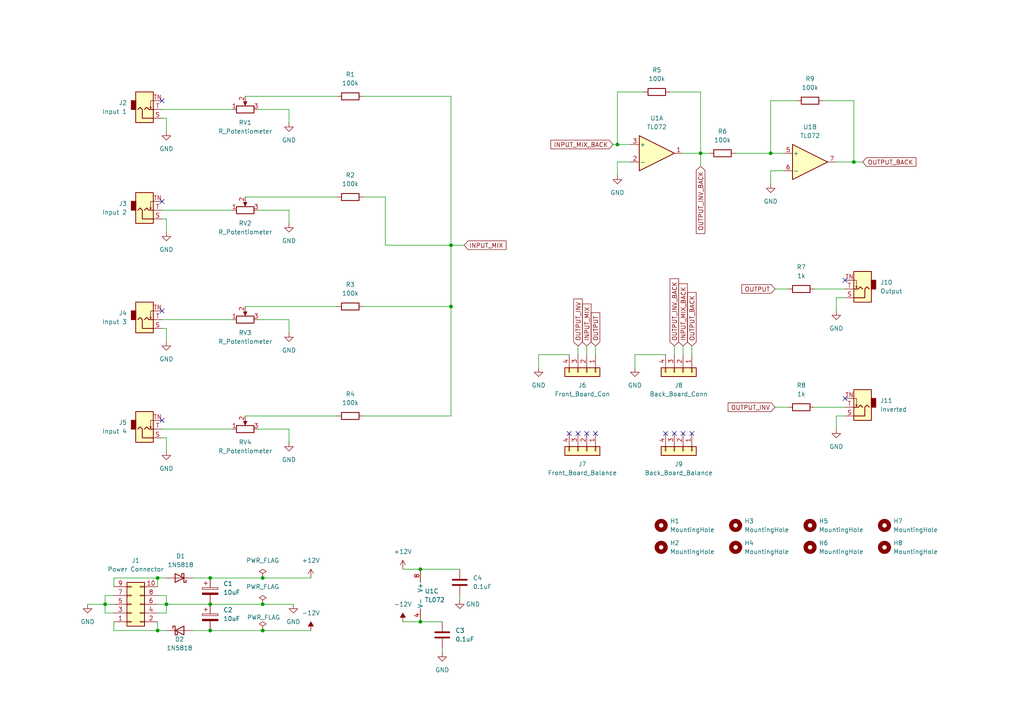
<source format=kicad_sch>
(kicad_sch (version 20211123) (generator eeschema)
  (paper "A4")
  (title_block (title "Simple Mixer") (rev "1") (company "Northridge Devices"))
  (lib_symbols
    (symbol "Amplifier_Operational:TL072" (pin_names (offset 0.127))
      (property "Reference" "U" (at 0 5.08 0))
      (property "Value" "TL072" (at 0 -5.08 0))
      (symbol "TL072_1_1"
        (polyline (pts (xy -5.08 5.08) (xy 5.08 0) (xy -5.08 -5.08) (xy -5.08 5.08)) (stroke (width 0.254)) (fill (type background)))
        (pin output line (at 7.62 0 180) (length 2.54) (name "~") (number "1"))
        (pin input line (at -7.62 -2.54 0) (length 2.54) (name "-") (number "2"))
        (pin input line (at -7.62 2.54 0) (length 2.54) (name "+") (number "3"))
      )
      (symbol "TL072_2_1"
        (polyline (pts (xy -5.08 5.08) (xy 5.08 0) (xy -5.08 -5.08) (xy -5.08 5.08)) (stroke (width 0.254)) (fill (type background)))
        (pin input line (at -7.62 2.54 0) (length 2.54) (name "+") (number "5"))
        (pin input line (at -7.62 -2.54 0) (length 2.54) (name "-") (number "6"))
        (pin output line (at 7.62 0 180) (length 2.54) (name "~") (number "7"))
      )
      (symbol "TL072_3_1"
        (pin power_in line (at -2.54 -7.62 90) (length 3.81) (name "V-") (number "4"))
        (pin power_in line (at -2.54 7.62 270) (length 3.81) (name "V+") (number "8"))
      )
    )
    (symbol "Connector:AudioJack2_SwitchT"
      (property "Reference" "J" (at 0 8.89 0))
      (property "Value" "AudioJack2_SwitchT" (at 0 6.35 0))
      (symbol "AudioJack2_SwitchT_0_1"
        (rectangle (start -2.54 0) (end -3.81 -2.54) (stroke (width 0.254)) (fill (type outline)))
        (polyline (pts (xy 1.778 -0.254) (xy 2.032 -0.762)))
        (polyline (pts (xy 0 0) (xy 0.635 -0.635) (xy 1.27 0) (xy 2.54 0)) (stroke (width 0.254)))
        (polyline (pts (xy 2.54 -2.54) (xy 1.778 -2.54) (xy 1.778 -0.254) (xy 1.524 -0.762)))
        (polyline (pts (xy 2.54 2.54) (xy -0.635 2.54) (xy -0.635 0) (xy -1.27 -0.635) (xy -1.905 0)) (stroke (width 0.254)))
        (rectangle (start 2.54 3.81) (end -2.54 -5.08) (stroke (width 0.254)) (fill (type background)))
      )
      (symbol "AudioJack2_SwitchT_1_1"
        (pin passive line (at 5.08 2.54 180) (length 2.54) (name "~") (number "S"))
        (pin passive line (at 5.08 0 180) (length 2.54) (name "~") (number "T"))
        (pin passive line (at 5.08 -2.54 180) (length 2.54) (name "~") (number "TN"))
      )
    )
    (symbol "Connector_Generic:Conn_01x04" (pin_names (offset 1.016) hide)
      (property "Reference" "J" (at 0 5.08 0))
      (property "Value" "Conn_01x04" (at 0 -7.62 0))
      (symbol "Conn_01x04_1_1"
        (rectangle (start -1.27 -4.953) (end 0 -5.207) (stroke (width 0.1524)))
        (rectangle (start -1.27 -2.413) (end 0 -2.667) (stroke (width 0.1524)))
        (rectangle (start -1.27 0.127) (end 0 -0.127) (stroke (width 0.1524)))
        (rectangle (start -1.27 2.667) (end 0 2.413) (stroke (width 0.1524)))
        (rectangle (start -1.27 3.81) (end 1.27 -6.35) (stroke (width 0.254)) (fill (type background)))
        (pin passive line (at -5.08 2.54 0) (length 3.81) (name "Pin_1") (number "1"))
        (pin passive line (at -5.08 0 0) (length 3.81) (name "Pin_2") (number "2"))
        (pin passive line (at -5.08 -2.54 0) (length 3.81) (name "Pin_3") (number "3"))
        (pin passive line (at -5.08 -5.08 0) (length 3.81) (name "Pin_4") (number "4"))
      )
    )
    (symbol "Connector_Generic:Conn_02x05_Odd_Even" (pin_names (offset 1.016) hide)
      (property "Reference" "J" (at 1.27 7.62 0))
      (property "Value" "Conn_02x05_Odd_Even" (at 1.27 -7.62 0))
      (symbol "Conn_02x05_Odd_Even_1_1"
        (rectangle (start -1.27 -4.953) (end 0 -5.207) (stroke (width 0.1524)))
        (rectangle (start -1.27 -2.413) (end 0 -2.667) (stroke (width 0.1524)))
        (rectangle (start -1.27 0.127) (end 0 -0.127) (stroke (width 0.1524)))
        (rectangle (start -1.27 2.667) (end 0 2.413) (stroke (width 0.1524)))
        (rectangle (start -1.27 5.207) (end 0 4.953) (stroke (width 0.1524)))
        (rectangle (start -1.27 6.35) (end 3.81 -6.35) (stroke (width 0.254)) (fill (type background)))
        (rectangle (start 3.81 -4.953) (end 2.54 -5.207) (stroke (width 0.1524)))
        (rectangle (start 3.81 -2.413) (end 2.54 -2.667) (stroke (width 0.1524)))
        (rectangle (start 3.81 0.127) (end 2.54 -0.127) (stroke (width 0.1524)))
        (rectangle (start 3.81 2.667) (end 2.54 2.413) (stroke (width 0.1524)))
        (rectangle (start 3.81 5.207) (end 2.54 4.953) (stroke (width 0.1524)))
        (pin passive line (at -5.08 5.08 0) (length 3.81) (name "Pin_1") (number "1"))
        (pin passive line (at 7.62 -5.08 180) (length 3.81) (name "Pin_10") (number "10"))
        (pin passive line (at 7.62 5.08 180) (length 3.81) (name "Pin_2") (number "2"))
        (pin passive line (at -5.08 2.54 0) (length 3.81) (name "Pin_3") (number "3"))
        (pin passive line (at 7.62 2.54 180) (length 3.81) (name "Pin_4") (number "4"))
        (pin passive line (at -5.08 0 0) (length 3.81) (name "Pin_5") (number "5"))
        (pin passive line (at 7.62 0 180) (length 3.81) (name "Pin_6") (number "6"))
        (pin passive line (at -5.08 -2.54 0) (length 3.81) (name "Pin_7") (number "7"))
        (pin passive line (at 7.62 -2.54 180) (length 3.81) (name "Pin_8") (number "8"))
        (pin passive line (at -5.08 -5.08 0) (length 3.81) (name "Pin_9") (number "9"))
      )
    )
    (symbol "Device:C" (pin_numbers hide) (pin_names (offset 0.254))
      (property "Reference" "C" (at 0.635 2.54 0))
      (property "Value" "C" (at 0.635 -2.54 0))
      (symbol "C_0_1"
        (polyline (pts (xy -2.032 -0.762) (xy 2.032 -0.762)) (stroke (width 0.508)))
        (polyline (pts (xy -2.032 0.762) (xy 2.032 0.762)) (stroke (width 0.508)))
      )
      (symbol "C_1_1"
        (pin passive line (at 0 3.81 270) (length 2.794) (name "~") (number "1"))
        (pin passive line (at 0 -3.81 90) (length 2.794) (name "~") (number "2"))
      )
    )
    (symbol "Device:C_Polarized" (pin_numbers hide) (pin_names (offset 0.254))
      (property "Reference" "C" (at 0.635 2.54 0))
      (property "Value" "C_Polarized" (at 0.635 -2.54 0))
      (symbol "C_Polarized_0_1"
        (rectangle (start -2.286 0.508) (end 2.286 1.016))
        (polyline (pts (xy -1.778 2.286) (xy -0.762 2.286)))
        (polyline (pts (xy -1.27 2.794) (xy -1.27 1.778)))
        (rectangle (start 2.286 -0.508) (end -2.286 -1.016) (fill (type outline)))
      )
      (symbol "C_Polarized_1_1"
        (pin passive line (at 0 3.81 270) (length 2.794) (name "~") (number "1"))
        (pin passive line (at 0 -3.81 90) (length 2.794) (name "~") (number "2"))
      )
    )
    (symbol "Device:R" (pin_numbers hide) (pin_names (offset 0))
      (property "Reference" "R" (at 2.032 0 90))
      (property "Value" "R" (at 0 0 90))
      (symbol "R_0_1"
        (rectangle (start -1.016 -2.54) (end 1.016 2.54) (stroke (width 0.254)))
      )
      (symbol "R_1_1"
        (pin passive line (at 0 3.81 270) (length 1.27) (name "~") (number "1"))
        (pin passive line (at 0 -3.81 90) (length 1.27) (name "~") (number "2"))
      )
    )
    (symbol "Device:R_Potentiometer" (pin_names (offset 1.016) hide)
      (property "Reference" "RV" (at -4.445 0 90))
      (property "Value" "R_Potentiometer" (at -2.54 0 90))
      (symbol "R_Potentiometer_0_1"
        (polyline (pts (xy 2.54 0) (xy 1.524 0)))
        (polyline (pts (xy 1.143 0) (xy 2.286 0.508) (xy 2.286 -0.508) (xy 1.143 0)) (fill (type outline)))
        (rectangle (start 1.016 2.54) (end -1.016 -2.54) (stroke (width 0.254)))
      )
      (symbol "R_Potentiometer_1_1"
        (pin passive line (at 0 3.81 270) (length 1.27) (name "1") (number "1"))
        (pin passive line (at 3.81 0 180) (length 1.27) (name "2") (number "2"))
        (pin passive line (at 0 -3.81 90) (length 1.27) (name "3") (number "3"))
      )
    )
    (symbol "Diode:1N5818" (pin_numbers hide) (pin_names (offset 1.016) hide)
      (property "Reference" "D" (at 0 2.54 0))
      (property "Value" "1N5818" (at 0 -2.54 0))
      (symbol "1N5818_0_1"
        (polyline (pts (xy 1.27 0) (xy -1.27 0)))
        (polyline (pts (xy 1.27 1.27) (xy 1.27 -1.27) (xy -1.27 0) (xy 1.27 1.27)) (stroke (width 0.254)))
        (polyline (pts (xy -1.905 0.635) (xy -1.905 1.27) (xy -1.27 1.27) (xy -1.27 -1.27) (xy -0.635 -1.27) (xy -0.635 -0.635)) (stroke (width 0.254)))
      )
      (symbol "1N5818_1_1"
        (pin passive line (at -3.81 0 0) (length 2.54) (name "K") (number "1"))
        (pin passive line (at 3.81 0 180) (length 2.54) (name "A") (number "2"))
      )
    )
    (symbol "Mechanical:MountingHole" (pin_names (offset 1.016))
      (property "Reference" "H" (at 0 5.08 0))
      (property "Value" "MountingHole" (at 0 3.175 0))
      (symbol "MountingHole_0_1"
        (circle (center 0 0) (radius 1.27) (stroke (width 1.27)))
      )
    )
    (symbol "power:+12V" (power) (pin_names (offset 0))
      (property "Value" "+12V" (at 0 3.556 0))
      (symbol "+12V_0_1"
        (polyline (pts (xy -0.762 1.27) (xy 0 2.54)))
        (polyline (pts (xy 0 0) (xy 0 2.54)))
        (polyline (pts (xy 0 2.54) (xy 0.762 1.27)))
      )
      (symbol "+12V_1_1"
        (pin power_in line (at 0 0 90) (length 0) hide (name "+12V") (number "1"))
      )
    )
    (symbol "power:-12V" (power) (pin_names (offset 0))
      (property "Value" "-12V" (at 0 3.81 0))
      (symbol "-12V_0_0"
        (pin power_in line (at 0 0 90) (length 0) hide (name "-12V") (number "1"))
      )
      (symbol "-12V_0_1"
        (polyline (pts (xy 0 0) (xy 0 1.27) (xy 0.762 1.27) (xy 0 2.54) (xy -0.762 1.27) (xy 0 1.27)) (fill (type outline)))
      )
    )
    (symbol "power:GND" (power) (pin_names (offset 0))
      (property "Value" "GND" (at 0 -3.81 0))
      (symbol "GND_0_1"
        (polyline (pts (xy 0 0) (xy 0 -1.27) (xy 1.27 -1.27) (xy 0 -2.54) (xy -1.27 -1.27) (xy 0 -1.27)))
      )
      (symbol "GND_1_1"
        (pin power_in line (at 0 0 270) (length 0) hide (name "GND") (number "1"))
      )
    )
    (symbol "power:PWR_FLAG" (power) (pin_numbers hide) (pin_names (offset 0) hide)
      (property "Value" "PWR_FLAG" (at 0 3.81 0))
      (symbol "PWR_FLAG_0_0"
        (pin power_out line (at 0 0 90) (length 0) (name "pwr") (number "1"))
      )
      (symbol "PWR_FLAG_0_1"
        (polyline (pts (xy 0 0) (xy 0 1.27) (xy -1.016 1.905) (xy 0 2.54) (xy 1.016 1.905) (xy 0 1.27)))
      )
    )
  )
  (junction (at 223.52 44.45))
  (junction (at 76.2 175.26))
  (junction (at 60.96 175.26))
  (junction (at 179.07 41.91))
  (junction (at 76.2 182.88))
  (junction (at 121.92 180.34))
  (junction (at 130.81 88.9))
  (junction (at 121.92 165.1))
  (junction (at 30.48 175.26))
  (junction (at 130.81 71.12))
  (junction (at 76.2 167.64))
  (junction (at 60.96 182.88))
  (junction (at 60.96 167.64))
  (junction (at 247.65 46.99))
  (junction (at 45.72 167.64))
  (junction (at 48.26 175.26))
  (junction (at 45.72 182.88))
  (junction (at 203.2 44.45))
  (no_connect (at 245.11 81.28))
  (no_connect (at 245.11 115.57))
  (no_connect (at 165.1 125.73))
  (no_connect (at 170.18 125.73))
  (no_connect (at 172.72 125.73))
  (no_connect (at 193.04 125.73))
  (no_connect (at 195.58 125.73))
  (no_connect (at 167.64 125.73))
  (no_connect (at 198.12 125.73))
  (no_connect (at 200.66 125.73))
  (no_connect (at 46.99 90.17))
  (no_connect (at 46.99 58.42))
  (no_connect (at 46.99 29.21))
  (no_connect (at 46.99 121.92))
  (wire (pts (xy 45.72 182.88) (xy 45.72 180.34)))
  (wire (pts (xy 130.81 120.65) (xy 130.81 88.9)))
  (wire (pts (xy 247.65 46.99) (xy 250.19 46.99)))
  (wire (pts (xy 186.69 26.67) (xy 179.07 26.67)))
  (wire (pts (xy 111.76 57.15) (xy 105.41 57.15)))
  (wire (pts (xy 83.82 92.71) (xy 83.82 96.52)))
  (wire (pts (xy 172.72 100.33) (xy 172.72 102.87)))
  (wire (pts (xy 177.8 41.91) (xy 179.07 41.91)))
  (wire (pts (xy 179.07 41.91) (xy 182.88 41.91)))
  (wire (pts (xy 71.12 88.9) (xy 97.79 88.9)))
  (wire (pts (xy 48.26 177.8) (xy 48.26 175.26)))
  (wire (pts (xy 48.26 63.5) (xy 48.26 67.31)))
  (wire (pts (xy 242.57 120.65) (xy 242.57 124.46)))
  (wire (pts (xy 224.79 118.11) (xy 228.6 118.11)))
  (wire (pts (xy 242.57 86.36) (xy 242.57 90.17)))
  (wire (pts (xy 48.26 175.26) (xy 60.96 175.26)))
  (wire (pts (xy 45.72 167.64) (xy 45.72 170.18)))
  (wire (pts (xy 156.21 102.87) (xy 156.21 106.68)))
  (wire (pts (xy 203.2 26.67) (xy 203.2 44.45)))
  (wire (pts (xy 195.58 100.33) (xy 195.58 102.87)))
  (wire (pts (xy 130.81 88.9) (xy 130.81 71.12)))
  (wire (pts (xy 46.99 124.46) (xy 67.31 124.46)))
  (wire (pts (xy 48.26 34.29) (xy 48.26 38.1)))
  (wire (pts (xy 60.96 182.88) (xy 76.2 182.88)))
  (wire (pts (xy 128.27 189.23) (xy 128.27 187.96)))
  (wire (pts (xy 46.99 92.71) (xy 67.31 92.71)))
  (wire (pts (xy 60.96 175.26) (xy 76.2 175.26)))
  (wire (pts (xy 130.81 71.12) (xy 134.62 71.12)))
  (wire (pts (xy 30.48 175.26) (xy 33.02 175.26)))
  (wire (pts (xy 46.99 127) (xy 48.26 127)))
  (wire (pts (xy 48.26 175.26) (xy 45.72 175.26)))
  (wire (pts (xy 227.33 49.53) (xy 223.52 49.53)))
  (wire (pts (xy 184.15 102.87) (xy 184.15 106.68)))
  (wire (pts (xy 71.12 27.94) (xy 97.79 27.94)))
  (wire (pts (xy 224.79 83.82) (xy 228.6 83.82)))
  (wire (pts (xy 74.93 124.46) (xy 83.82 124.46)))
  (wire (pts (xy 203.2 44.45) (xy 198.12 44.45)))
  (wire (pts (xy 25.4 175.26) (xy 30.48 175.26)))
  (wire (pts (xy 242.57 120.65) (xy 245.11 120.65)))
  (wire (pts (xy 76.2 167.64) (xy 90.17 167.64)))
  (wire (pts (xy 130.81 27.94) (xy 130.81 71.12)))
  (wire (pts (xy 213.36 44.45) (xy 223.52 44.45)))
  (wire (pts (xy 46.99 34.29) (xy 48.26 34.29)))
  (wire (pts (xy 55.88 182.88) (xy 60.96 182.88)))
  (wire (pts (xy 55.88 167.64) (xy 60.96 167.64)))
  (wire (pts (xy 76.2 182.88) (xy 90.17 182.88)))
  (wire (pts (xy 182.88 46.99) (xy 179.07 46.99)))
  (wire (pts (xy 184.15 102.87) (xy 193.04 102.87)))
  (wire (pts (xy 48.26 175.26) (xy 48.26 172.72)))
  (wire (pts (xy 71.12 120.65) (xy 97.79 120.65)))
  (wire (pts (xy 116.84 180.34) (xy 121.92 180.34)))
  (wire (pts (xy 48.26 172.72) (xy 45.72 172.72)))
  (wire (pts (xy 242.57 46.99) (xy 247.65 46.99)))
  (wire (pts (xy 83.82 124.46) (xy 83.82 128.27)))
  (wire (pts (xy 83.82 60.96) (xy 83.82 64.77)))
  (wire (pts (xy 121.92 180.34) (xy 128.27 180.34)))
  (wire (pts (xy 33.02 170.18) (xy 33.02 167.64)))
  (wire (pts (xy 194.31 26.67) (xy 203.2 26.67)))
  (wire (pts (xy 46.99 63.5) (xy 48.26 63.5)))
  (wire (pts (xy 74.93 60.96) (xy 83.82 60.96)))
  (wire (pts (xy 71.12 57.15) (xy 97.79 57.15)))
  (wire (pts (xy 83.82 31.75) (xy 83.82 35.56)))
  (wire (pts (xy 45.72 182.88) (xy 48.26 182.88)))
  (wire (pts (xy 170.18 100.33) (xy 170.18 102.87)))
  (wire (pts (xy 60.96 167.64) (xy 76.2 167.64)))
  (wire (pts (xy 179.07 46.99) (xy 179.07 50.8)))
  (wire (pts (xy 74.93 92.71) (xy 83.82 92.71)))
  (wire (pts (xy 116.84 165.1) (xy 121.92 165.1)))
  (wire (pts (xy 33.02 182.88) (xy 45.72 182.88)))
  (wire (pts (xy 46.99 60.96) (xy 67.31 60.96)))
  (wire (pts (xy 33.02 172.72) (xy 30.48 172.72)))
  (wire (pts (xy 105.41 120.65) (xy 130.81 120.65)))
  (wire (pts (xy 167.64 100.33) (xy 167.64 102.87)))
  (wire (pts (xy 236.22 118.11) (xy 245.11 118.11)))
  (wire (pts (xy 105.41 27.94) (xy 130.81 27.94)))
  (wire (pts (xy 121.92 165.1) (xy 133.35 165.1)))
  (wire (pts (xy 203.2 44.45) (xy 203.2 48.26)))
  (wire (pts (xy 200.66 100.33) (xy 200.66 102.87)))
  (wire (pts (xy 179.07 26.67) (xy 179.07 41.91)))
  (wire (pts (xy 111.76 71.12) (xy 130.81 71.12)))
  (wire (pts (xy 231.14 29.21) (xy 223.52 29.21)))
  (wire (pts (xy 223.52 29.21) (xy 223.52 44.45)))
  (wire (pts (xy 45.72 177.8) (xy 48.26 177.8)))
  (wire (pts (xy 111.76 57.15) (xy 111.76 71.12)))
  (wire (pts (xy 105.41 88.9) (xy 130.81 88.9)))
  (wire (pts (xy 223.52 49.53) (xy 223.52 53.34)))
  (wire (pts (xy 30.48 172.72) (xy 30.48 175.26)))
  (wire (pts (xy 30.48 177.8) (xy 33.02 177.8)))
  (wire (pts (xy 198.12 100.33) (xy 198.12 102.87)))
  (wire (pts (xy 74.93 31.75) (xy 83.82 31.75)))
  (wire (pts (xy 133.35 173.99) (xy 133.35 172.72)))
  (wire (pts (xy 30.48 175.26) (xy 30.48 177.8)))
  (wire (pts (xy 76.2 175.26) (xy 85.09 175.26)))
  (wire (pts (xy 156.21 102.87) (xy 165.1 102.87)))
  (wire (pts (xy 48.26 95.25) (xy 48.26 99.06)))
  (wire (pts (xy 203.2 44.45) (xy 205.74 44.45)))
  (wire (pts (xy 223.52 44.45) (xy 227.33 44.45)))
  (wire (pts (xy 46.99 31.75) (xy 67.31 31.75)))
  (wire (pts (xy 247.65 29.21) (xy 247.65 46.99)))
  (wire (pts (xy 236.22 83.82) (xy 245.11 83.82)))
  (wire (pts (xy 45.72 167.64) (xy 48.26 167.64)))
  (wire (pts (xy 46.99 95.25) (xy 48.26 95.25)))
  (wire (pts (xy 33.02 180.34) (xy 33.02 182.88)))
  (wire (pts (xy 48.26 127) (xy 48.26 130.81)))
  (wire (pts (xy 242.57 86.36) (xy 245.11 86.36)))
  (wire (pts (xy 33.02 167.64) (xy 45.72 167.64)))
  (wire (pts (xy 238.76 29.21) (xy 247.65 29.21)))
  (global_label "OUTPUT_INV_BACK" (shape input) (at 203.2 48.26 270) (property "Intersheet References" "${INTERSHEET_REFS}" (effects hide)))
  (global_label "OUTPUT_BACK" (shape input) (at 200.66 100.33 90) (property "Intersheet References" "${INTERSHEET_REFS}" (effects hide)))
  (global_label "INPUT_MIX_BACK" (shape input) (at 177.8 41.91 180) (property "Intersheet References" "${INTERSHEET_REFS}" (effects hide)))
  (global_label "INPUT_MIX" (shape input) (at 134.62 71.12 0) (property "Intersheet References" "${INTERSHEET_REFS}" (effects hide)))
  (global_label "INPUT_MIX" (shape input) (at 170.18 100.33 90) (property "Intersheet References" "${INTERSHEET_REFS}" (effects hide)))
  (global_label "OUTPUT" (shape input) (at 224.79 83.82 180) (property "Intersheet References" "${INTERSHEET_REFS}" (effects hide)))
  (global_label "OUTPUT" (shape input) (at 172.72 100.33 90) (property "Intersheet References" "${INTERSHEET_REFS}" (effects hide)))
  (global_label "OUTPUT_INV" (shape input) (at 167.64 100.33 90) (property "Intersheet References" "${INTERSHEET_REFS}" (effects hide)))
  (global_label "OUTPUT_INV_BACK" (shape input) (at 195.58 100.33 90) (property "Intersheet References" "${INTERSHEET_REFS}" (effects hide)))
  (global_label "OUTPUT_INV" (shape input) (at 224.79 118.11 180) (property "Intersheet References" "${INTERSHEET_REFS}" (effects hide)))
  (global_label "INPUT_MIX_BACK" (shape input) (at 198.12 100.33 90) (property "Intersheet References" "${INTERSHEET_REFS}" (effects hide)))
  (global_label "OUTPUT_BACK" (shape input) (at 250.19 46.99 0) (property "Intersheet References" "${INTERSHEET_REFS}" (effects hide)))
  (symbol (lib_id "Mechanical:MountingHole") (at 256.54 152.4 0) (unit 1) (in_bom no)
    (property "Reference" "H7" (at 259.08 151.1299 0) (effects (justify left)))
    (property "Value" "MountingHole" (at 259.08 153.6699 0) (effects (justify left)))
    (property "Footprint" "MountingHole:MountingHole_2.2mm_M2" (effects hide))
  )
  (symbol (lib_id "Mechanical:MountingHole") (at 234.95 158.75 0) (unit 1) (in_bom no)
    (property "Reference" "H6" (at 237.49 157.4799 0) (effects (justify left)))
    (property "Value" "MountingHole" (at 237.49 160.0199 0) (effects (justify left)))
    (property "Footprint" "MountingHole:MountingHole_2.2mm_M2" (effects hide))
  )
  (symbol (lib_id "Connector_Generic:Conn_01x04") (at 198.12 130.81 270) (unit 1)
    (property "Reference" "J9" (at 196.85 134.62 90))
    (property "Value" "Back_Board_Balance" (at 196.85 137.16 90))
    (property "Footprint" "Connector_PinHeader_2.54mm:PinHeader_1x04_P2.54mm_Vertical" (effects hide))
    (property "Manufacturer" "GTK" (effects hide))
    (property "Manufacturer Part No." "PHSS12G10" (effects hide))
    (property "Supplier" "Tayda" (effects hide))
    (property "Supplier Part No." "A-5776" (effects hide))
  )
  (symbol (lib_id "Device:C") (at 128.27 184.15 0) (unit 1)
    (property "Reference" "C3" (at 132.08 182.8799 0) (effects (justify left)))
    (property "Value" "0.1uF" (at 132.08 185.4199 0) (effects (justify left)))
    (property "Footprint" "Capacitor_THT:C_Disc_D5.0mm_W2.5mm_P2.50mm" (effects hide))
    (property "Supplier" "Tayda" (effects hide))
    (property "Manufacturer" "AEC" (effects hide))
    (property "Manufacturer Part No." "0.1uF 50V Ceramic Disc Capacitor" (effects hide))
    (property "Supplier Part No." "A-4008" (effects hide))
  )
  (symbol (lib_id "power:+12V") (at 116.84 165.1 0) (unit 1)
    (property "Reference" "#PWR013" (effects hide))
    (property "Value" "+12V" (at 116.84 160.02 0))
  )
  (symbol (lib_id "Device:R") (at 232.41 118.11 90) (unit 1)
    (property "Reference" "R8" (at 232.41 111.76 90))
    (property "Value" "1k" (at 232.41 114.3 90))
    (property "Footprint" "Resistor_THT:R_Axial_DIN0207_L6.3mm_D2.5mm_P10.16mm_Horizontal" (effects hide))
    (property "Manufacturer" "Royal Ohm" (effects hide))
    (property "Manufacturer Part No." "MF0W4FF1001A50" (effects hide))
    (property "Supplier" "Tayda" (effects hide))
    (property "Supplier Part No." "A-2200" (effects hide))
  )
  (symbol (lib_id "Device:R") (at 101.6 27.94 270) (mirror x) (unit 1)
    (property "Reference" "R1" (at 101.6 21.59 90))
    (property "Value" "100k" (at 101.6 24.13 90))
    (property "Footprint" "Resistor_THT:R_Axial_DIN0207_L6.3mm_D2.5mm_P10.16mm_Horizontal" (effects hide))
    (property "Manufacturer" "Royal Ohm" (effects hide))
    (property "Manufacturer Part No." "MF0W4FF1003A50" (effects hide))
    (property "Supplier" "Tayda" (effects hide))
    (property "Supplier Part No." "A-2248" (effects hide))
  )
  (symbol (lib_id "power:-12V") (at 90.17 182.88 0) (unit 1)
    (property "Reference" "#PWR012" (effects hide))
    (property "Value" "-12V" (at 90.17 177.8 0))
  )
  (symbol (lib_id "Device:R") (at 101.6 57.15 90) (unit 1)
    (property "Reference" "R2" (at 101.6 50.8 90))
    (property "Value" "100k" (at 101.6 53.34 90))
    (property "Footprint" "Resistor_THT:R_Axial_DIN0207_L6.3mm_D2.5mm_P10.16mm_Horizontal" (effects hide))
    (property "Manufacturer" "Royal Ohm" (effects hide))
    (property "Manufacturer Part No." "MF0W4FF1003A50" (effects hide))
    (property "Supplier" "Tayda" (effects hide))
    (property "Supplier Part No." "A-2248" (effects hide))
  )
  (symbol (lib_id "power:GND") (at 25.4 175.26 0) (unit 1)
    (property "Reference" "#PWR01" (effects hide))
    (property "Value" "GND" (at 25.4 180.34 0))
  )
  (symbol (lib_id "power:GND") (at 83.82 35.56 0) (unit 1)
    (property "Reference" "#PWR06" (effects hide))
    (property "Value" "GND" (at 83.82 40.64 0))
  )
  (symbol (lib_id "Device:R") (at 209.55 44.45 270) (mirror x) (unit 1)
    (property "Reference" "R6" (at 209.55 38.1 90))
    (property "Value" "100k" (at 209.55 40.64 90))
    (property "Footprint" "Resistor_THT:R_Axial_DIN0207_L6.3mm_D2.5mm_P10.16mm_Horizontal" (effects hide))
    (property "Manufacturer" "Royal Ohm" (effects hide))
    (property "Manufacturer Part No." "MF0W4FF1003A50" (effects hide))
    (property "Supplier" "Tayda" (effects hide))
    (property "Supplier Part No." "A-2248" (effects hide))
  )
  (symbol (lib_id "power:PWR_FLAG") (at 76.2 175.26 0) (unit 1)
    (property "Reference" "#FLG02" (effects hide))
    (property "Value" "PWR_FLAG" (at 76.2 170.18 0))
  )
  (symbol (lib_id "power:GND") (at 83.82 128.27 0) (unit 1)
    (property "Reference" "#PWR09" (effects hide))
    (property "Value" "GND" (at 83.82 133.35 0))
  )
  (symbol (lib_id "power:GND") (at 133.35 173.99 0) (unit 1)
    (property "Reference" "#PWR016" (effects hide))
    (property "Value" "GND" (at 137.16 175.26 0))
  )
  (symbol (lib_id "Connector:AudioJack2_SwitchT") (at 41.91 60.96 0) (mirror x) (unit 1)
    (property "Reference" "J3" (at 36.83 59.0549 0) (effects (justify right)))
    (property "Value" "Input 2" (at 36.83 61.5949 0) (effects (justify right)))
    (property "Footprint" "AudioJacks:Jack_3.5mm_QingPu_WQP-PJ398SM_Vertical" (effects hide))
    (property "Supplier" "Tayda" (effects hide))
    (property "Supplier Part No." "A-2563" (effects hide))
    (property "Manufacturer" "Tayda" (effects hide))
    (property "Manufacturer Part No." "PJ-3001F" (effects hide))
  )
  (symbol (lib_id "power:+12V") (at 90.17 167.64 0) (unit 1)
    (property "Reference" "#PWR011" (effects hide))
    (property "Value" "+12V" (at 90.17 162.56 0))
  )
  (symbol (lib_id "Device:C_Polarized") (at 60.96 179.07 0) (unit 1)
    (property "Reference" "C2" (at 64.77 176.9109 0) (effects (justify left)))
    (property "Value" "10uF" (at 64.77 179.4509 0) (effects (justify left)))
    (property "Footprint" "Capacitor_THT:CP_Radial_D5.0mm_P2.00mm" (effects hide))
    (property "Supplier" "Tayda" (effects hide))
    (property "Manufacturer" "AISHI" (effects hide))
    (property "Manufacturer Part No." "WK1CM100D11OT" (effects hide))
    (property "Supplier Part No." "A-3931" (effects hide))
  )
  (symbol (lib_id "Device:R_Potentiometer") (at 71.12 31.75 90) (unit 1)
    (property "Reference" "RV1" (at 71.12 35.56 90))
    (property "Value" "R_Potentiometer" (at 71.12 38.1 90))
    (property "Footprint" "Alpha_Pots:Potentiometer_Alpha_RV09AF-40-20K_Single_Vertical" (effects hide))
    (property "Manufacturer" "ALPHA" (effects hide))
    (property "Manufacturer Part No." "RV09AF-40-20K-B100K" (effects hide))
    (property "Supplier Part No." "A-1851" (effects hide))
    (property "Supplier" "Tayda" (effects hide))
  )
  (symbol (lib_id "power:-12V") (at 116.84 180.34 0) (unit 1)
    (property "Reference" "#PWR014" (effects hide))
    (property "Value" "-12V" (at 116.84 175.26 0))
  )
  (symbol (lib_id "Diode:1N5818") (at 52.07 182.88 0) (unit 1)
    (property "Reference" "D2" (at 52.07 185.42 0))
    (property "Value" "1N5818" (at 52.07 187.96 0))
    (property "Footprint" "Diode_THT:D_DO-41_SOD81_P10.16mm_Horizontal" (effects hide))
    (property "Datasheet" "http://www.vishay.com/docs/88525/1n5817.pdf" (effects hide))
    (property "Supplier" "Tayda" (effects hide))
    (property "Manufacturer" "TEC" (effects hide))
    (property "Manufacturer Part No." "1N5817" (effects hide))
    (property "Supplier Part No." "A-252" (effects hide))
  )
  (symbol (lib_id "Device:C_Polarized") (at 60.96 171.45 0) (unit 1)
    (property "Reference" "C1" (at 64.77 169.2909 0) (effects (justify left)))
    (property "Value" "10uF" (at 64.77 171.8309 0) (effects (justify left)))
    (property "Footprint" "Capacitor_THT:CP_Radial_D5.0mm_P2.00mm" (effects hide))
    (property "Supplier" "Tayda" (effects hide))
    (property "Manufacturer" "AISHI" (effects hide))
    (property "Manufacturer Part No." "WK1CM100D11OT" (effects hide))
    (property "Supplier Part No." "A-3931" (effects hide))
  )
  (symbol (lib_id "Device:R") (at 101.6 88.9 90) (unit 1)
    (property "Reference" "R3" (at 101.6 82.55 90))
    (property "Value" "100k" (at 101.6 85.09 90))
    (property "Footprint" "Resistor_THT:R_Axial_DIN0207_L6.3mm_D2.5mm_P10.16mm_Horizontal" (effects hide))
    (property "Manufacturer" "Royal Ohm" (effects hide))
    (property "Manufacturer Part No." "MF0W4FF1003A50" (effects hide))
    (property "Supplier" "Tayda" (effects hide))
    (property "Supplier Part No." "A-2248" (effects hide))
  )
  (symbol (lib_id "power:GND") (at 48.26 99.06 0) (unit 1)
    (property "Reference" "#PWR04" (effects hide))
    (property "Value" "GND" (at 48.26 104.14 0))
  )
  (symbol (lib_id "Amplifier_Operational:TL072") (at 124.46 172.72 0) (unit 3)
    (property "Reference" "U1" (at 123.19 171.4499 0) (effects (justify left)))
    (property "Value" "TL072" (at 123.19 173.9899 0) (effects (justify left)))
    (property "Footprint" "Package_DIP:DIP-8_W7.62mm_Socket" (effects hide))
    (property "Datasheet" "http://www.ti.com/lit/ds/symlink/tl071.pdf" (effects hide))
    (property "Manufacturer" "VARIOUS" (effects hide))
    (property "Manufacturer Part No." "TL072CP" (effects hide))
    (property "Supplier" "Tayda" (effects hide))
    (property "Supplier Part No." "A-037" (effects hide))
  )
  (symbol (lib_id "Device:R") (at 232.41 83.82 90) (unit 1)
    (property "Reference" "R7" (at 232.41 77.47 90))
    (property "Value" "1k" (at 232.41 80.01 90))
    (property "Footprint" "Resistor_THT:R_Axial_DIN0207_L6.3mm_D2.5mm_P10.16mm_Horizontal" (effects hide))
    (property "Manufacturer" "Royal Ohm" (effects hide))
    (property "Manufacturer Part No." "MF0W4FF1001A50" (effects hide))
    (property "Supplier" "Tayda" (effects hide))
    (property "Supplier Part No." "A-2200" (effects hide))
  )
  (symbol (lib_id "power:GND") (at 128.27 189.23 0) (unit 1)
    (property "Reference" "#PWR015" (effects hide))
    (property "Value" "GND" (at 128.27 194.31 0))
  )
  (symbol (lib_id "Device:R") (at 101.6 120.65 90) (unit 1)
    (property "Reference" "R4" (at 101.6 114.3 90))
    (property "Value" "100k" (at 101.6 116.84 90))
    (property "Footprint" "Resistor_THT:R_Axial_DIN0207_L6.3mm_D2.5mm_P10.16mm_Horizontal" (effects hide))
    (property "Manufacturer" "Royal Ohm" (effects hide))
    (property "Manufacturer Part No." "MF0W4FF1003A50" (effects hide))
    (property "Supplier" "Tayda" (effects hide))
    (property "Supplier Part No." "A-2248" (effects hide))
  )
  (symbol (lib_id "power:GND") (at 83.82 64.77 0) (unit 1)
    (property "Reference" "#PWR07" (effects hide))
    (property "Value" "GND" (at 83.82 69.85 0))
  )
  (symbol (lib_id "Device:R") (at 190.5 26.67 270) (mirror x) (unit 1)
    (property "Reference" "R5" (at 190.5 20.32 90))
    (property "Value" "100k" (at 190.5 22.86 90))
    (property "Footprint" "Resistor_THT:R_Axial_DIN0207_L6.3mm_D2.5mm_P10.16mm_Horizontal" (effects hide))
    (property "Manufacturer" "Royal Ohm" (effects hide))
    (property "Manufacturer Part No." "MF0W4FF1003A50" (effects hide))
    (property "Supplier" "Tayda" (effects hide))
    (property "Supplier Part No." "A-2248" (effects hide))
  )
  (symbol (lib_id "Mechanical:MountingHole") (at 191.77 158.75 0) (unit 1) (in_bom no)
    (property "Reference" "H2" (at 194.31 157.4799 0) (effects (justify left)))
    (property "Value" "MountingHole" (at 194.31 160.0199 0) (effects (justify left)))
    (property "Footprint" "MountingHole:MountingHole_2.2mm_M2" (effects hide))
  )
  (symbol (lib_id "Amplifier_Operational:TL072") (at 234.95 46.99 0) (unit 2)
    (property "Reference" "U1" (at 234.95 36.83 0))
    (property "Value" "TL072" (at 234.95 39.37 0))
    (property "Footprint" "Package_DIP:DIP-8_W7.62mm_Socket" (effects hide))
    (property "Datasheet" "http://www.ti.com/lit/ds/symlink/tl071.pdf" (effects hide))
    (property "Manufacturer" "VARIOUS" (effects hide))
    (property "Manufacturer Part No." "TL072CP" (effects hide))
    (property "Supplier" "Tayda" (effects hide))
    (property "Supplier Part No." "A-037" (effects hide))
  )
  (symbol (lib_id "power:GND") (at 48.26 67.31 0) (unit 1)
    (property "Reference" "#PWR03" (effects hide))
    (property "Value" "GND" (at 48.26 72.39 0))
  )
  (symbol (lib_id "power:GND") (at 223.52 53.34 0) (unit 1)
    (property "Reference" "#PWR020" (effects hide))
    (property "Value" "GND" (at 223.52 58.42 0))
  )
  (symbol (lib_id "Connector:AudioJack2_SwitchT") (at 41.91 31.75 0) (mirror x) (unit 1)
    (property "Reference" "J2" (at 36.83 29.8449 0) (effects (justify right)))
    (property "Value" "Input 1" (at 36.83 32.3849 0) (effects (justify right)))
    (property "Footprint" "AudioJacks:Jack_3.5mm_QingPu_WQP-PJ398SM_Vertical" (effects hide))
    (property "Supplier" "Tayda" (effects hide))
    (property "Supplier Part No." "A-2563" (effects hide))
    (property "Manufacturer" "Tayda" (effects hide))
    (property "Manufacturer Part No." "PJ-3001F" (effects hide))
  )
  (symbol (lib_id "power:GND") (at 48.26 38.1 0) (unit 1)
    (property "Reference" "#PWR02" (effects hide))
    (property "Value" "GND" (at 48.26 43.18 0))
  )
  (symbol (lib_id "Device:R_Potentiometer") (at 71.12 124.46 90) (unit 1)
    (property "Reference" "RV4" (at 71.12 128.27 90))
    (property "Value" "R_Potentiometer" (at 71.12 130.81 90))
    (property "Footprint" "Alpha_Pots:Potentiometer_Alpha_RV09AF-40-20K_Single_Vertical" (effects hide))
    (property "Manufacturer" "ALPHA" (effects hide))
    (property "Manufacturer Part No." "RV09AF-40-20K-B100K" (effects hide))
    (property "Supplier" "Tayda" (effects hide))
    (property "Supplier Part No." "A-1851" (effects hide))
  )
  (symbol (lib_id "Amplifier_Operational:TL072") (at 190.5 44.45 0) (unit 1)
    (property "Reference" "U1" (at 190.5 34.29 0))
    (property "Value" "TL072" (at 190.5 36.83 0))
    (property "Footprint" "Package_DIP:DIP-8_W7.62mm_Socket" (effects hide))
    (property "Datasheet" "http://www.ti.com/lit/ds/symlink/tl071.pdf" (effects hide))
    (property "Manufacturer" "VARIOUS" (effects hide))
    (property "Manufacturer Part No." "TL072CP" (effects hide))
    (property "Supplier" "Tayda" (effects hide))
    (property "Supplier Part No." "A-037" (effects hide))
  )
  (symbol (lib_id "Connector:AudioJack2_SwitchT") (at 41.91 124.46 0) (mirror x) (unit 1)
    (property "Reference" "J5" (at 36.83 122.5549 0) (effects (justify right)))
    (property "Value" "Input 4" (at 36.83 125.0949 0) (effects (justify right)))
    (property "Footprint" "AudioJacks:Jack_3.5mm_QingPu_WQP-PJ398SM_Vertical" (effects hide))
    (property "Supplier" "Tayda" (effects hide))
    (property "Supplier Part No." "A-2563" (effects hide))
    (property "Manufacturer" "Tayda" (effects hide))
    (property "Manufacturer Part No." "PJ-3001F" (effects hide))
  )
  (symbol (lib_id "power:GND") (at 179.07 50.8 0) (unit 1)
    (property "Reference" "#PWR018" (effects hide))
    (property "Value" "GND" (at 179.07 55.88 0))
  )
  (symbol (lib_id "power:PWR_FLAG") (at 76.2 167.64 0) (unit 1)
    (property "Reference" "#FLG01" (effects hide))
    (property "Value" "PWR_FLAG" (at 76.2 162.56 0))
  )
  (symbol (lib_id "power:GND") (at 184.15 106.68 0) (unit 1)
    (property "Reference" "#PWR019" (effects hide))
    (property "Value" "GND" (at 184.15 111.76 0))
  )
  (symbol (lib_id "Device:R") (at 234.95 29.21 270) (mirror x) (unit 1)
    (property "Reference" "R9" (at 234.95 22.86 90))
    (property "Value" "100k" (at 234.95 25.4 90))
    (property "Footprint" "Resistor_THT:R_Axial_DIN0207_L6.3mm_D2.5mm_P10.16mm_Horizontal" (effects hide))
    (property "Manufacturer" "Royal Ohm" (effects hide))
    (property "Manufacturer Part No." "MF0W4FF1003A50" (effects hide))
    (property "Supplier Part No." "A-2248" (effects hide))
    (property "Supplier" "Tayda" (effects hide))
  )
  (symbol (lib_id "Mechanical:MountingHole") (at 213.36 152.4 0) (unit 1) (in_bom no)
    (property "Reference" "H3" (at 215.9 151.1299 0) (effects (justify left)))
    (property "Value" "MountingHole" (at 215.9 153.6699 0) (effects (justify left)))
    (property "Footprint" "MountingHole:MountingHole_2.2mm_M2" (effects hide))
  )
  (symbol (lib_id "Mechanical:MountingHole") (at 234.95 152.4 0) (unit 1) (in_bom no)
    (property "Reference" "H5" (at 237.49 151.1299 0) (effects (justify left)))
    (property "Value" "MountingHole" (at 237.49 153.6699 0) (effects (justify left)))
    (property "Footprint" "MountingHole:MountingHole_2.2mm_M2" (effects hide))
  )
  (symbol (lib_id "Mechanical:MountingHole") (at 256.54 158.75 0) (unit 1) (in_bom no)
    (property "Reference" "H8" (at 259.08 157.4799 0) (effects (justify left)))
    (property "Value" "MountingHole" (at 259.08 160.0199 0) (effects (justify left)))
    (property "Footprint" "MountingHole:MountingHole_2.2mm_M2" (effects hide))
  )
  (symbol (lib_id "power:GND") (at 48.26 130.81 0) (unit 1)
    (property "Reference" "#PWR05" (effects hide))
    (property "Value" "GND" (at 48.26 135.89 0))
  )
  (symbol (lib_id "power:PWR_FLAG") (at 76.2 182.88 0) (unit 1)
    (property "Reference" "#FLG03" (effects hide))
    (property "Value" "PWR_FLAG" (at 81.28 179.07 0) (effects (justify right)))
  )
  (symbol (lib_id "Device:C") (at 133.35 168.91 0) (unit 1)
    (property "Reference" "C4" (at 137.16 167.6399 0) (effects (justify left)))
    (property "Value" "0.1uF" (at 137.16 170.1799 0) (effects (justify left)))
    (property "Footprint" "Capacitor_THT:C_Disc_D5.0mm_W2.5mm_P2.50mm" (effects hide))
    (property "Supplier" "Tayda" (effects hide))
    (property "Manufacturer" "AEC" (effects hide))
    (property "Manufacturer Part No." "0.1uF 50V Ceramic Disc Capacitor" (effects hide))
    (property "Supplier Part No." "A-4008" (effects hide))
  )
  (symbol (lib_id "power:GND") (at 85.09 175.26 0) (unit 1)
    (property "Reference" "#PWR010" (effects hide))
    (property "Value" "GND" (at 85.09 180.34 0))
  )
  (symbol (lib_id "Device:R_Potentiometer") (at 71.12 92.71 90) (unit 1)
    (property "Reference" "RV3" (at 71.12 96.52 90))
    (property "Value" "R_Potentiometer" (at 71.12 99.06 90))
    (property "Footprint" "Alpha_Pots:Potentiometer_Alpha_RV09AF-40-20K_Single_Vertical" (effects hide))
    (property "Manufacturer" "ALPHA" (effects hide))
    (property "Supplier Part No." "A-1851" (effects hide))
    (property "Manufacturer Part No." "RV09AF-40-20K-B100K" (effects hide))
    (property "Supplier" "Tayda" (effects hide))
  )
  (symbol (lib_id "Connector_Generic:Conn_01x04") (at 170.18 107.95 270) (unit 1)
    (property "Reference" "J6" (at 168.91 111.76 90))
    (property "Value" "Front_Board_Con" (at 168.91 114.3 90))
    (property "Footprint" "Connector_PinHeader_2.54mm:PinHeader_1x04_P2.54mm_Vertical" (effects hide))
    (property "Manufacturer" "GTK" (effects hide))
    (property "Manufacturer Part No." "4 Female Pin Header" (effects hide))
    (property "Supplier" "Tayda" (effects hide))
    (property "Supplier Part No." "A-1303" (effects hide))
  )
  (symbol (lib_id "Connector:AudioJack2_SwitchT") (at 250.19 83.82 180) (unit 1)
    (property "Reference" "J10" (at 255.27 81.9149 0) (effects (justify right)))
    (property "Value" "Output" (at 255.27 84.4549 0) (effects (justify right)))
    (property "Footprint" "AudioJacks:Jack_3.5mm_QingPu_WQP-PJ398SM_Vertical" (effects hide))
    (property "Supplier" "Tayda" (effects hide))
    (property "Supplier Part No." "A-2563" (effects hide))
    (property "Manufacturer" "Tayda" (effects hide))
    (property "Manufacturer Part No." "PJ-3001F" (effects hide))
  )
  (symbol (lib_id "Connector_Generic:Conn_01x04") (at 198.12 107.95 270) (unit 1)
    (property "Reference" "J8" (at 196.85 111.76 90))
    (property "Value" "Back_Board_Conn" (at 196.85 114.3 90))
    (property "Footprint" "Connector_PinHeader_2.54mm:PinHeader_1x04_P2.54mm_Vertical" (effects hide))
    (property "Manufacturer" "GTK" (effects hide))
    (property "Manufacturer Part No." "PHSS12G10" (effects hide))
    (property "Supplier" "Tayda" (effects hide))
    (property "Supplier Part No." "A-5776" (effects hide))
  )
  (symbol (lib_id "power:GND") (at 156.21 106.68 0) (unit 1)
    (property "Reference" "#PWR017" (effects hide))
    (property "Value" "GND" (at 156.21 111.76 0))
  )
  (symbol (lib_id "Connector:AudioJack2_SwitchT") (at 250.19 118.11 180) (unit 1)
    (property "Reference" "J11" (at 255.27 116.2049 0) (effects (justify right)))
    (property "Value" "Inverted" (at 255.27 118.7449 0) (effects (justify right)))
    (property "Footprint" "AudioJacks:Jack_3.5mm_QingPu_WQP-PJ398SM_Vertical" (effects hide))
    (property "Supplier" "Tayda" (effects hide))
    (property "Supplier Part No." "A-2563" (effects hide))
    (property "Manufacturer" "Tayda" (effects hide))
    (property "Manufacturer Part No." "PJ-3001F" (effects hide))
  )
  (symbol (lib_id "Diode:1N5818") (at 52.07 167.64 180) (unit 1)
    (property "Reference" "D1" (at 52.3875 161.29 0))
    (property "Value" "1N5818" (at 52.3875 163.83 0))
    (property "Footprint" "Diode_THT:D_DO-41_SOD81_P10.16mm_Horizontal" (effects hide))
    (property "Datasheet" "http://www.vishay.com/docs/88525/1n5817.pdf" (effects hide))
    (property "Supplier" "Tayda" (effects hide))
    (property "Manufacturer" "TEC" (effects hide))
    (property "Manufacturer Part No." "1N5817" (effects hide))
    (property "Supplier Part No." "A-252" (effects hide))
  )
  (symbol (lib_id "Connector_Generic:Conn_02x05_Odd_Even") (at 38.1 175.26 0) (mirror x) (unit 1)
    (property "Reference" "J1" (at 39.37 162.56 0))
    (property "Value" "Power Connector" (at 39.37 165.1 0))
    (property "Footprint" "Connector_IDC:IDC-Header_2x05_P2.54mm_Vertical" (effects hide))
    (property "Manufacturer" "ULO Group" (effects hide))
    (property "Manufacturer Part No." "BHD10PHZT" (effects hide))
    (property "Supplier" "Tayda" (effects hide))
    (property "Supplier Part No." "A-2939" (effects hide))
  )
  (symbol (lib_id "Device:R_Potentiometer") (at 71.12 60.96 90) (unit 1)
    (property "Reference" "RV2" (at 71.12 64.77 90))
    (property "Value" "R_Potentiometer" (at 71.12 67.31 90))
    (property "Footprint" "Alpha_Pots:Potentiometer_Alpha_RV09AF-40-20K_Single_Vertical" (effects hide))
    (property "Manufacturer" "ALPHA" (effects hide))
    (property "Manufacturer Part No." "RV09AF-40-20K-B100K" (effects hide))
    (property "Supplier Part No." "A-1851" (effects hide))
    (property "Supplier" "Tayda" (effects hide))
  )
  (symbol (lib_id "Mechanical:MountingHole") (at 213.36 158.75 0) (unit 1) (in_bom no)
    (property "Reference" "H4" (at 215.9 157.4799 0) (effects (justify left)))
    (property "Value" "MountingHole" (at 215.9 160.0199 0) (effects (justify left)))
    (property "Footprint" "MountingHole:MountingHole_2.2mm_M2" (effects hide))
  )
  (symbol (lib_id "power:GND") (at 242.57 124.46 0) (unit 1)
    (property "Reference" "#PWR022" (effects hide))
    (property "Value" "GND" (at 242.57 129.54 0))
  )
  (symbol (lib_id "power:GND") (at 83.82 96.52 0) (unit 1)
    (property "Reference" "#PWR08" (effects hide))
    (property "Value" "GND" (at 83.82 101.6 0))
  )
  (symbol (lib_id "Connector:AudioJack2_SwitchT") (at 41.91 92.71 0) (mirror x) (unit 1)
    (property "Reference" "J4" (at 36.83 90.8049 0) (effects (justify right)))
    (property "Value" "Input 3" (at 36.83 93.3449 0) (effects (justify right)))
    (property "Footprint" "AudioJacks:Jack_3.5mm_QingPu_WQP-PJ398SM_Vertical" (effects hide))
    (property "Supplier" "Tayda" (effects hide))
    (property "Supplier Part No." "A-2563" (effects hide))
    (property "Manufacturer" "Tayda" (effects hide))
    (property "Manufacturer Part No." "PJ-3001F" (effects hide))
  )
  (symbol (lib_id "Connector_Generic:Conn_01x04") (at 170.18 130.81 270) (unit 1)
    (property "Reference" "J7" (at 168.91 134.62 90))
    (property "Value" "Front_Board_Balance" (at 168.91 137.16 90))
    (property "Footprint" "Connector_PinHeader_2.54mm:PinHeader_1x04_P2.54mm_Vertical" (effects hide))
    (property "Manufacturer" "GTK" (effects hide))
    (property "Manufacturer Part No." "4 Female Pin Header" (effects hide))
    (property "Supplier" "Tayda" (effects hide))
    (property "Supplier Part No." "A-1303" (effects hide))
  )
  (symbol (lib_id "power:GND") (at 242.57 90.17 0) (unit 1)
    (property "Reference" "#PWR021" (effects hide))
    (property "Value" "GND" (at 242.57 95.25 0))
  )
  (symbol (lib_id "Mechanical:MountingHole") (at 191.77 152.4 0) (unit 1) (in_bom no)
    (property "Reference" "H1" (at 194.31 151.1299 0) (effects (justify left)))
    (property "Value" "MountingHole" (at 194.31 153.6699 0) (effects (justify left)))
    (property "Footprint" "MountingHole:MountingHole_2.2mm_M2" (effects hide))
  )
)
</source>
